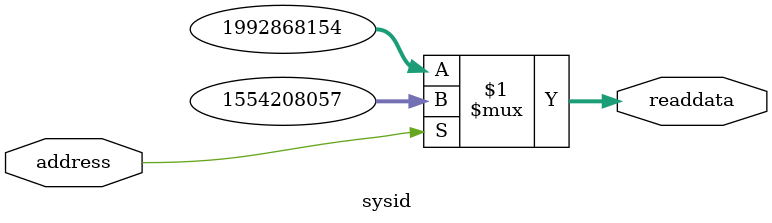
<source format=v>

`timescale 1ns / 1ps
// synthesis translate_on

// turn off superfluous verilog processor warnings 
// altera message_level Level1 
// altera message_off 10034 10035 10036 10037 10230 10240 10030 

module sysid (
               // inputs:
                address,

               // outputs:
                readdata
             )
;

  output  [ 31: 0] readdata;
  input            address;

  wire    [ 31: 0] readdata;
  //control_slave, which is an e_avalon_slave
  assign readdata = address ? 1554208057 : 1992868154;

endmodule


</source>
